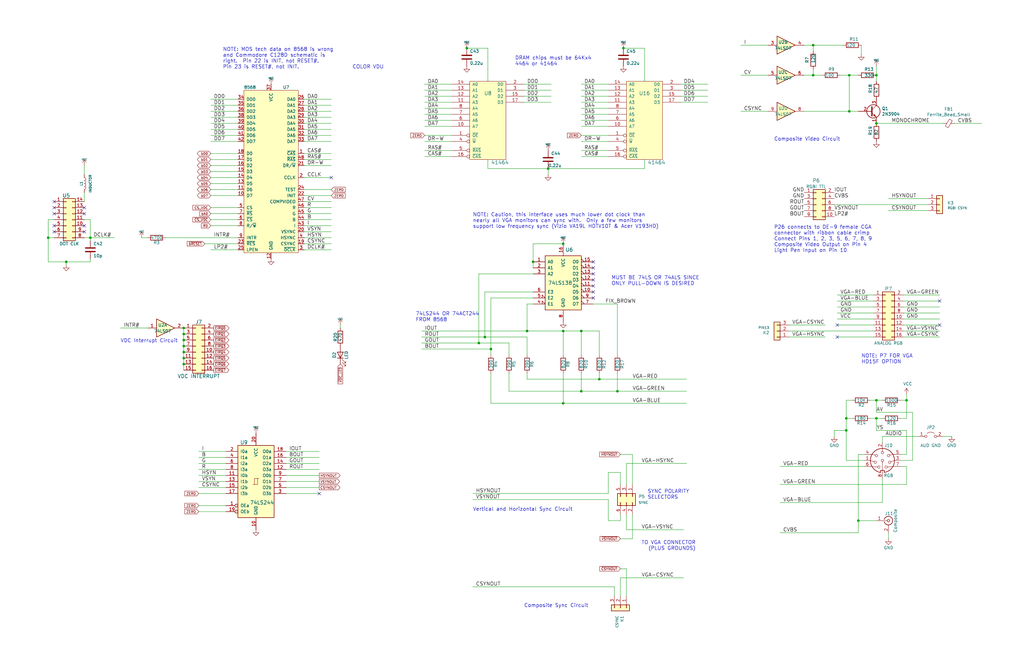
<source format=kicad_sch>
(kicad_sch (version 20211123) (generator eeschema)
  (paper "B")
  (junction (at 196.85 20.32))
  (junction (at 260.35 165.1))
  (junction (at 237.49 139.7))
  (junction (at 222.25 139.7))
  (junction (at 237.49 170.18))
  (junction (at 356.87 176.53))
  (junction (at 77.47 138.43))
  (junction (at 369.57 52.07))
  (junction (at 77.47 143.51))
  (junction (at 77.47 140.97))
  (junction (at 20.32 100.33))
  (junction (at 342.9 19.05))
  (junction (at 231.14 71.12))
  (junction (at 201.93 144.78))
  (junction (at 245.11 139.7))
  (junction (at 245.11 165.1))
  (junction (at 27.94 110.49))
  (junction (at 252.73 160.02))
  (junction (at 369.57 176.53))
  (junction (at 262.89 20.32))
  (junction (at 342.9 31.75))
  (junction (at 369.57 31.75))
  (junction (at 77.47 146.05))
  (junction (at 204.47 142.24))
  (junction (at 369.57 168.91))
  (junction (at 207.01 147.32))
  (junction (at 38.1 100.33))
  (junction (at 77.47 151.13))
  (junction (at 237.49 102.87))
  (junction (at 358.14 46.99))
  (junction (at 356.87 181.61))
  (junction (at 77.47 153.67))
  (junction (at 358.14 31.75))
  (junction (at 382.27 168.91))
  (junction (at 224.79 110.49))
  (junction (at 77.47 148.59))
  (junction (at 361.95 219.71))
  (no_connect (at 250.19 110.49))
  (no_connect (at 250.19 115.57))
  (no_connect (at 22.86 85.09))
  (no_connect (at 250.19 125.73))
  (no_connect (at 250.19 118.11))
  (no_connect (at 134.62 208.28))
  (no_connect (at 22.86 90.17))
  (no_connect (at 35.56 87.63))
  (no_connect (at 139.7 74.93))
  (no_connect (at 22.86 95.25))
  (no_connect (at 353.06 137.16))
  (no_connect (at 396.24 127))
  (no_connect (at 353.06 142.24))
  (no_connect (at 35.56 95.25))
  (no_connect (at 22.86 87.63))
  (no_connect (at 35.56 90.17))
  (no_connect (at 250.19 120.65))
  (no_connect (at 250.19 113.03))
  (no_connect (at 250.19 123.19))
  (no_connect (at 35.56 97.79))
  (no_connect (at 396.24 137.16))
  (no_connect (at 22.86 97.79))
  (wire (pts (xy 224.79 102.87) (xy 224.79 110.49)))
  (wire (pts (xy 190.5 35.56) (xy 179.07 35.56)))
  (wire (pts (xy 381 127) (xy 396.24 127)))
  (wire (pts (xy 256.54 40.64) (xy 245.11 40.64)))
  (wire (pts (xy 120.65 190.5) (xy 134.62 190.5)))
  (wire (pts (xy 120.65 195.58) (xy 134.62 195.58)))
  (wire (pts (xy 356.87 194.31) (xy 356.87 181.61)))
  (wire (pts (xy 256.54 219.71) (xy 261.62 219.71)))
  (wire (pts (xy 369.57 52.07) (xy 397.51 52.07)))
  (wire (pts (xy 353.06 137.16) (xy 368.3 137.16)))
  (wire (pts (xy 381 132.08) (xy 396.24 132.08)))
  (wire (pts (xy 20.32 92.71) (xy 20.32 100.33)))
  (wire (pts (xy 139.7 54.61) (xy 128.27 54.61)))
  (wire (pts (xy 77.47 138.43) (xy 77.47 140.97)))
  (wire (pts (xy 256.54 66.04) (xy 245.11 66.04)))
  (wire (pts (xy 222.25 142.24) (xy 222.25 149.86)))
  (wire (pts (xy 339.09 31.75) (xy 342.9 31.75)))
  (wire (pts (xy 298.45 35.56) (xy 287.02 35.56)))
  (wire (pts (xy 256.54 43.18) (xy 245.11 43.18)))
  (wire (pts (xy 231.14 71.12) (xy 271.78 71.12)))
  (wire (pts (xy 379.73 176.53) (xy 382.27 176.53)))
  (wire (pts (xy 100.33 74.93) (xy 88.9 74.93)))
  (wire (pts (xy 358.14 46.99) (xy 339.09 46.99)))
  (wire (pts (xy 381 124.46) (xy 396.24 124.46)))
  (wire (pts (xy 256.54 53.34) (xy 245.11 53.34)))
  (wire (pts (xy 328.93 196.85) (xy 364.49 196.85)))
  (wire (pts (xy 139.7 80.01) (xy 128.27 80.01)))
  (wire (pts (xy 190.5 53.34) (xy 179.07 53.34)))
  (wire (pts (xy 381 142.24) (xy 396.24 142.24)))
  (wire (pts (xy 256.54 38.1) (xy 245.11 38.1)))
  (wire (pts (xy 271.78 67.31) (xy 271.78 71.12)))
  (wire (pts (xy 354.33 31.75) (xy 358.14 31.75)))
  (wire (pts (xy 353.06 129.54) (xy 368.3 129.54)))
  (wire (pts (xy 266.7 227.33) (xy 261.62 227.33)))
  (wire (pts (xy 207.01 157.48) (xy 207.01 170.18)))
  (wire (pts (xy 323.85 31.75) (xy 312.42 31.75)))
  (wire (pts (xy 38.1 100.33) (xy 38.1 101.6)))
  (wire (pts (xy 363.22 22.86) (xy 363.22 19.05)))
  (wire (pts (xy 252.73 139.7) (xy 245.11 139.7)))
  (wire (pts (xy 328.93 204.47) (xy 382.27 204.47)))
  (wire (pts (xy 361.95 191.77) (xy 361.95 219.71)))
  (wire (pts (xy 289.56 170.18) (xy 237.49 170.18)))
  (wire (pts (xy 256.54 50.8) (xy 245.11 50.8)))
  (wire (pts (xy 95.25 193.04) (xy 83.82 193.04)))
  (wire (pts (xy 222.25 157.48) (xy 222.25 160.02)))
  (wire (pts (xy 232.41 40.64) (xy 220.98 40.64)))
  (wire (pts (xy 256.54 199.39) (xy 256.54 208.28)))
  (wire (pts (xy 245.11 139.7) (xy 245.11 149.86)))
  (wire (pts (xy 264.16 240.03) (xy 264.16 251.46)))
  (wire (pts (xy 361.95 219.71) (xy 361.95 224.79)))
  (wire (pts (xy 264.16 223.52) (xy 288.29 223.52)))
  (wire (pts (xy 364.49 194.31) (xy 356.87 194.31)))
  (wire (pts (xy 199.39 210.82) (xy 256.54 210.82)))
  (wire (pts (xy 369.57 31.75) (xy 369.57 34.29)))
  (wire (pts (xy 356.87 176.53) (xy 356.87 181.61)))
  (wire (pts (xy 339.09 19.05) (xy 342.9 19.05)))
  (wire (pts (xy 214.63 157.48) (xy 214.63 165.1)))
  (wire (pts (xy 381 134.62) (xy 396.24 134.62)))
  (wire (pts (xy 353.06 132.08) (xy 368.3 132.08)))
  (wire (pts (xy 359.41 176.53) (xy 356.87 176.53)))
  (wire (pts (xy 205.74 71.12) (xy 231.14 71.12)))
  (wire (pts (xy 190.5 48.26) (xy 179.07 48.26)))
  (wire (pts (xy 100.33 52.07) (xy 88.9 52.07)))
  (wire (pts (xy 381 137.16) (xy 396.24 137.16)))
  (wire (pts (xy 62.23 138.43) (xy 50.8 138.43)))
  (wire (pts (xy 323.85 19.05) (xy 312.42 19.05)))
  (wire (pts (xy 374.65 83.82) (xy 391.16 83.82)))
  (wire (pts (xy 224.79 128.27) (xy 222.25 128.27)))
  (wire (pts (xy 100.33 87.63) (xy 88.9 87.63)))
  (wire (pts (xy 77.47 151.13) (xy 77.47 153.67)))
  (wire (pts (xy 369.57 176.53) (xy 372.11 176.53)))
  (wire (pts (xy 353.06 134.62) (xy 368.3 134.62)))
  (wire (pts (xy 256.54 45.72) (xy 245.11 45.72)))
  (wire (pts (xy 100.33 82.55) (xy 88.9 82.55)))
  (wire (pts (xy 139.7 44.45) (xy 128.27 44.45)))
  (wire (pts (xy 381 139.7) (xy 396.24 139.7)))
  (wire (pts (xy 369.57 173.99) (xy 369.57 168.91)))
  (wire (pts (xy 204.47 142.24) (xy 222.25 142.24)))
  (wire (pts (xy 266.7 191.77) (xy 261.62 191.77)))
  (wire (pts (xy 261.62 217.17) (xy 261.62 219.71)))
  (wire (pts (xy 264.16 195.58) (xy 264.16 204.47)))
  (wire (pts (xy 179.07 57.15) (xy 190.5 57.15)))
  (wire (pts (xy 100.33 105.41) (xy 88.9 105.41)))
  (wire (pts (xy 372.11 184.15) (xy 387.35 184.15)))
  (wire (pts (xy 139.7 95.25) (xy 128.27 95.25)))
  (wire (pts (xy 38.1 110.49) (xy 27.94 110.49)))
  (wire (pts (xy 237.49 157.48) (xy 237.49 170.18)))
  (wire (pts (xy 342.9 19.05) (xy 355.6 19.05)))
  (wire (pts (xy 139.7 92.71) (xy 128.27 92.71)))
  (wire (pts (xy 259.08 247.65) (xy 259.08 251.46)))
  (wire (pts (xy 120.65 198.12) (xy 134.62 198.12)))
  (wire (pts (xy 252.73 160.02) (xy 289.56 160.02)))
  (wire (pts (xy 120.65 203.2) (xy 134.62 203.2)))
  (wire (pts (xy 201.93 115.57) (xy 201.93 144.78)))
  (wire (pts (xy 190.5 66.04) (xy 179.07 66.04)))
  (wire (pts (xy 95.25 203.2) (xy 83.82 203.2)))
  (wire (pts (xy 214.63 144.78) (xy 201.93 144.78)))
  (wire (pts (xy 35.56 92.71) (xy 38.1 92.71)))
  (wire (pts (xy 100.33 67.31) (xy 88.9 67.31)))
  (wire (pts (xy 351.79 181.61) (xy 351.79 184.15)))
  (wire (pts (xy 100.33 90.17) (xy 88.9 90.17)))
  (wire (pts (xy 196.85 20.32) (xy 205.74 20.32)))
  (wire (pts (xy 207.01 147.32) (xy 207.01 149.86)))
  (wire (pts (xy 204.47 142.24) (xy 204.47 123.19)))
  (wire (pts (xy 353.06 127) (xy 368.3 127)))
  (wire (pts (xy 359.41 168.91) (xy 356.87 168.91)))
  (wire (pts (xy 379.73 168.91) (xy 382.27 168.91)))
  (wire (pts (xy 232.41 35.56) (xy 220.98 35.56)))
  (wire (pts (xy 351.79 86.36) (xy 391.16 86.36)))
  (wire (pts (xy 323.85 46.99) (xy 312.42 46.99)))
  (wire (pts (xy 298.45 38.1) (xy 287.02 38.1)))
  (wire (pts (xy 207.01 125.73) (xy 224.79 125.73)))
  (wire (pts (xy 374.65 224.79) (xy 374.65 227.33)))
  (wire (pts (xy 204.47 123.19) (xy 224.79 123.19)))
  (wire (pts (xy 100.33 46.99) (xy 88.9 46.99)))
  (wire (pts (xy 382.27 196.85) (xy 382.27 204.47)))
  (wire (pts (xy 261.62 199.39) (xy 256.54 199.39)))
  (wire (pts (xy 256.54 210.82) (xy 256.54 219.71)))
  (wire (pts (xy 128.27 105.41) (xy 139.7 105.41)))
  (wire (pts (xy 222.25 160.02) (xy 252.73 160.02)))
  (wire (pts (xy 190.5 50.8) (xy 179.07 50.8)))
  (wire (pts (xy 237.49 139.7) (xy 222.25 139.7)))
  (wire (pts (xy 177.8 139.7) (xy 222.25 139.7)))
  (wire (pts (xy 237.49 170.18) (xy 207.01 170.18)))
  (wire (pts (xy 356.87 181.61) (xy 351.79 181.61)))
  (wire (pts (xy 264.16 217.17) (xy 264.16 223.52)))
  (wire (pts (xy 328.93 212.09) (xy 372.11 212.09)))
  (wire (pts (xy 256.54 63.5) (xy 245.11 63.5)))
  (wire (pts (xy 199.39 247.65) (xy 259.08 247.65)))
  (wire (pts (xy 256.54 48.26) (xy 245.11 48.26)))
  (wire (pts (xy 95.25 205.74) (xy 83.82 205.74)))
  (wire (pts (xy 237.49 139.7) (xy 237.49 149.86)))
  (wire (pts (xy 95.25 195.58) (xy 83.82 195.58)))
  (wire (pts (xy 77.47 153.67) (xy 77.47 156.21)))
  (wire (pts (xy 369.57 181.61) (xy 382.27 181.61)))
  (wire (pts (xy 100.33 57.15) (xy 88.9 57.15)))
  (wire (pts (xy 120.65 200.66) (xy 134.62 200.66)))
  (wire (pts (xy 205.74 20.32) (xy 205.74 34.29)))
  (wire (pts (xy 100.33 80.01) (xy 88.9 80.01)))
  (wire (pts (xy 379.73 191.77) (xy 382.27 191.77)))
  (wire (pts (xy 139.7 49.53) (xy 128.27 49.53)))
  (wire (pts (xy 384.81 173.99) (xy 369.57 173.99)))
  (wire (pts (xy 38.1 100.33) (xy 48.26 100.33)))
  (wire (pts (xy 256.54 59.69) (xy 245.11 59.69)))
  (wire (pts (xy 214.63 165.1) (xy 245.11 165.1)))
  (wire (pts (xy 245.11 139.7) (xy 237.49 139.7)))
  (wire (pts (xy 382.27 168.91) (xy 382.27 176.53)))
  (wire (pts (xy 199.39 208.28) (xy 256.54 208.28)))
  (wire (pts (xy 261.62 243.84) (xy 261.62 251.46)))
  (wire (pts (xy 38.1 109.22) (xy 38.1 110.49)))
  (wire (pts (xy 35.56 81.28) (xy 35.56 85.09)))
  (wire (pts (xy 252.73 139.7) (xy 252.73 149.86)))
  (wire (pts (xy 177.8 144.78) (xy 201.93 144.78)))
  (wire (pts (xy 271.78 34.29) (xy 271.78 20.32)))
  (wire (pts (xy 20.32 110.49) (xy 20.32 100.33)))
  (wire (pts (xy 342.9 31.75) (xy 346.71 31.75)))
  (wire (pts (xy 252.73 157.48) (xy 252.73 160.02)))
  (wire (pts (xy 77.47 140.97) (xy 77.47 143.51)))
  (wire (pts (xy 139.7 87.63) (xy 128.27 87.63)))
  (wire (pts (xy 100.33 49.53) (xy 88.9 49.53)))
  (wire (pts (xy 95.25 198.12) (xy 83.82 198.12)))
  (wire (pts (xy 95.25 190.5) (xy 83.82 190.5)))
  (wire (pts (xy 128.27 82.55) (xy 139.7 82.55)))
  (wire (pts (xy 261.62 199.39) (xy 261.62 204.47)))
  (wire (pts (xy 100.33 102.87) (xy 86.36 102.87)))
  (wire (pts (xy 250.19 128.27) (xy 260.35 128.27)))
  (wire (pts (xy 190.5 40.64) (xy 179.07 40.64)))
  (wire (pts (xy 100.33 54.61) (xy 88.9 54.61)))
  (wire (pts (xy 35.56 69.85) (xy 35.56 73.66)))
  (wire (pts (xy 232.41 43.18) (xy 220.98 43.18)))
  (wire (pts (xy 358.14 31.75) (xy 361.95 31.75)))
  (wire (pts (xy 143.51 138.43) (xy 143.51 137.16)))
  (wire (pts (xy 382.27 181.61) (xy 382.27 191.77)))
  (wire (pts (xy 414.02 52.07) (xy 402.59 52.07)))
  (wire (pts (xy 190.5 63.5) (xy 179.07 63.5)))
  (wire (pts (xy 261.62 243.84) (xy 288.29 243.84)))
  (wire (pts (xy 369.57 176.53) (xy 369.57 181.61)))
  (wire (pts (xy 260.35 128.27) (xy 260.35 149.86)))
  (wire (pts (xy 190.5 43.18) (xy 179.07 43.18)))
  (wire (pts (xy 139.7 97.79) (xy 128.27 97.79)))
  (wire (pts (xy 353.06 142.24) (xy 368.3 142.24)))
  (wire (pts (xy 374.65 88.9) (xy 391.16 88.9)))
  (wire (pts (xy 77.47 146.05) (xy 77.47 148.59)))
  (wire (pts (xy 100.33 92.71) (xy 88.9 92.71)))
  (wire (pts (xy 298.45 43.18) (xy 287.02 43.18)))
  (wire (pts (xy 77.47 148.59) (xy 77.47 151.13)))
  (wire (pts (xy 353.06 124.46) (xy 368.3 124.46)))
  (wire (pts (xy 342.9 29.21) (xy 342.9 31.75)))
  (wire (pts (xy 95.25 213.36) (xy 83.82 213.36)))
  (wire (pts (xy 139.7 67.31) (xy 128.27 67.31)))
  (wire (pts (xy 35.56 100.33) (xy 38.1 100.33)))
  (wire (pts (xy 356.87 168.91) (xy 356.87 176.53)))
  (wire (pts (xy 120.65 193.04) (xy 134.62 193.04)))
  (wire (pts (xy 27.94 110.49) (xy 27.94 111.76)))
  (wire (pts (xy 379.73 196.85) (xy 382.27 196.85)))
  (wire (pts (xy 224.79 102.87) (xy 237.49 102.87)))
  (wire (pts (xy 139.7 90.17) (xy 128.27 90.17)))
  (wire (pts (xy 139.7 57.15) (xy 128.27 57.15)))
  (wire (pts (xy 264.16 195.58) (xy 289.56 195.58)))
  (wire (pts (xy 207.01 125.73) (xy 207.01 147.32)))
  (wire (pts (xy 379.73 194.31) (xy 384.81 194.31)))
  (wire (pts (xy 120.65 208.28) (xy 134.62 208.28)))
  (wire (pts (xy 139.7 74.93) (xy 128.27 74.93)))
  (wire (pts (xy 59.69 100.33) (xy 62.23 100.33)))
  (wire (pts (xy 264.16 240.03) (xy 261.62 240.03)))
  (wire (pts (xy 332.74 139.7) (xy 368.3 139.7)))
  (wire (pts (xy 266.7 191.77) (xy 266.7 204.47)))
  (wire (pts (xy 260.35 165.1) (xy 289.56 165.1)))
  (wire (pts (xy 139.7 102.87) (xy 128.27 102.87)))
  (wire (pts (xy 190.5 38.1) (xy 179.07 38.1)))
  (wire (pts (xy 100.33 64.77) (xy 88.9 64.77)))
  (wire (pts (xy 69.85 100.33) (xy 100.33 100.33)))
  (wire (pts (xy 266.7 217.17) (xy 266.7 227.33)))
  (wire (pts (xy 139.7 85.09) (xy 128.27 85.09)))
  (wire (pts (xy 120.65 205.74) (xy 134.62 205.74)))
  (wire (pts (xy 139.7 59.69) (xy 128.27 59.69)))
  (wire (pts (xy 139.7 69.85) (xy 128.27 69.85)))
  (wire (pts (xy 224.79 110.49) (xy 224.79 113.03)))
  (wire (pts (xy 260.35 157.48) (xy 260.35 165.1)))
  (wire (pts (xy 271.78 20.32) (xy 262.89 20.32)))
  (wire (pts (xy 100.33 72.39) (xy 88.9 72.39)))
  (wire (pts (xy 342.9 21.59) (xy 342.9 19.05)))
  (wire (pts (xy 190.5 59.69) (xy 179.07 59.69)))
  (wire (pts (xy 95.25 208.28) (xy 83.82 208.28)))
  (wire (pts (xy 358.14 31.75) (xy 358.14 46.99)))
  (wire (pts (xy 369.57 168.91) (xy 372.11 168.91)))
  (wire (pts (xy 328.93 224.79) (xy 361.95 224.79)))
  (wire (pts (xy 139.7 52.07) (xy 128.27 52.07)))
  (wire (pts (xy 95.25 200.66) (xy 83.82 200.66)))
  (wire (pts (xy 95.25 215.9) (xy 83.82 215.9)))
  (wire (pts (xy 177.8 147.32) (xy 207.01 147.32)))
  (wire (pts (xy 367.03 176.53) (xy 369.57 176.53)))
  (wire (pts (xy 100.33 59.69) (xy 88.9 59.69)))
  (wire (pts (xy 397.51 184.15) (xy 401.32 184.15)))
  (wire (pts (xy 245.11 157.48) (xy 245.11 165.1)))
  (wire (pts (xy 369.57 27.94) (xy 369.57 31.75)))
  (wire (pts (xy 100.33 77.47) (xy 88.9 77.47)))
  (wire (pts (xy 205.74 71.12) (xy 205.74 67.31)))
  (wire (pts (xy 214.63 144.78) (xy 214.63 149.86)))
  (wire (pts (xy 231.14 71.12) (xy 231.14 73.66)))
  (wire (pts (xy 245.11 165.1) (xy 260.35 165.1)))
  (wire (pts (xy 381 129.54) (xy 396.24 129.54)))
  (wire (pts (xy 372.11 184.15) (xy 372.11 186.69)))
  (wire (pts (xy 190.5 45.72) (xy 179.07 45.72)))
  (wire (pts (xy 298.45 40.64) (xy 287.02 40.64)))
  (wire (pts (xy 139.7 64.77) (xy 128.27 64.77)))
  (wire (pts (xy 364.49 191.77) (xy 361.95 191.77)))
  (wire (pts (xy 177.8 142.24) (xy 204.47 142.24)))
  (wire (pts (xy 372.11 201.93) (xy 372.11 212.09)))
  (wire (pts (xy 332.74 142.24) (xy 347.98 142.24)))
  (wire (pts (xy 139.7 100.33) (xy 128.27 100.33)))
  (wire (pts (xy 77.47 143.51) (xy 77.47 146.05)))
  (wire (pts (xy 384.81 194.31) (xy 384.81 173.99)))
  (wire (pts (xy 332.74 137.16) (xy 347.98 137.16)))
  (wire (pts (xy 139.7 46.99) (xy 128.27 46.99)))
  (wire (pts (xy 100.33 44.45) (xy 88.9 44.45)))
  (wire (pts (xy 369.57 168.91) (xy 367.03 168.91)))
  (wire (pts (xy 139.7 41.91) (xy 128.27 41.91)))
  (wire (pts (xy 358.14 46.99) (xy 361.95 46.99)))
  (wire (pts (xy 20.32 100.33) (xy 22.86 100.33)))
  (wire (pts (xy 245.11 57.15) (xy 256.54 57.15)))
  (wire (pts (xy 27.94 110.49) (xy 20.32 110.49)))
  (wire (pts (xy 232.41 38.1) (xy 220.98 38.1)))
  (wire (pts (xy 100.33 95.25) (xy 88.9 95.25)))
  (wire (pts (xy 38.1 92.71) (xy 38.1 100.33)))
  (wire (pts (xy 22.86 92.71) (xy 20.32 92.71)))
  (wire (pts (xy 100.33 41.91) (xy 88.9 41.91)))
  (wire (pts (xy 201.93 115.57) (xy 224.79 115.57)))
  (wire (pts (xy 222.25 139.7) (xy 222.25 128.27)))
  (wire (pts (xy 256.54 35.56) (xy 245.11 35.56)))
  (wire (pts (xy 382.27 166.37) (xy 382.27 168.91)))
  (wire (pts (xy 100.33 69.85) (xy 88.9 69.85)))
  (wire (pts (xy 361.95 219.71) (xy 369.57 219.71)))
  (text "VDC Interrupt Circuit" (at 50.8 144.78 0) (effects (font (size 1.524 1.524)) (justify left bottom)))
  (text "Composite Sync Circuit" (at 220.98 256.54 0) (effects (font (size 1.524 1.524)) (justify left bottom)))
  (text "Vertical and Horizontal Sync Circuit" (at 199.39 215.9 0) (effects (font (size 1.524 1.524)) (justify left bottom)))
  (text "74LS244 OR 74ACT244\nFROM 8568" (at 175.26 135.89 0) (effects (font (size 1.524 1.524)) (justify left bottom)))
  (text "NOTE: Caution, this interface uses much lower dot clock than \nnearly all VGA monitors can sync with.  Only a few monitors\nsupport low frequency sync (Vizio VA19L HDTV10T & Acer V193HD)" (at 199.39 96.52 0) (effects (font (size 1.524 1.524)) (justify left bottom)))
  (text "SYNC POLARITY\nSELECTORS" (at 273.05 210.82 0) (effects (font (size 1.524 1.524)) (justify left bottom)))
  (text "Composite Video Circuit" (at 326.39 59.69 0) (effects (font (size 1.524 1.524)) (justify left bottom)))
  (text "COLOR VDU" (at 148.59 29.21 0) (effects (font (size 1.524 1.524)) (justify left bottom)))
  (text "DRAM chips must be 64Kx4\n4464 or 41464" (at 217.17 27.94 0) (effects (font (size 1.524 1.524)) (justify left bottom)))
  (text "TO VGA CONNECTOR\n(PLUS GROUNDS)" (at 293.37 232.41 180) (effects (font (size 1.524 1.524)) (justify right bottom)))
  (text "P26 connects to DE-9 female CGA\nconnector with ribbon cable crimp\nConnect Pins 1, 2, 3, 5, 6, 7, 8, 9 \nComposite Video Output on Pin 4\nLight Pen Input on Pin 10" (at 326.39 106.68 0) (effects (font (size 1.524 1.524)) (justify left bottom)))
  (text "NOTE: P7 FOR VGA\nHD15F OPTION" (at 363.22 153.67 0) (effects (font (size 1.524 1.524)) (justify left bottom)))
  (text "MUST BE 74LS OR 74ALS SINCE\nONLY PULL-DOWN IS DESIRED" (at 257.81 120.65 0) (effects (font (size 1.524 1.524)) (justify left bottom)))
  (text "NOTE: MOS tech data on 8568 is wrong\nand Commodore C128D schematic is\nright.  Pin 22 is INIT, not RESET#.  \nPin 23 is RESET#, not INIT." (at 93.98 29.21 0) (effects (font (size 1.524 1.524)) (justify left bottom)))
  (label "VGA-BLUE" (at 330.2 212.09 0) (effects (font (size 1.524 1.524))))
  (label "DA4" (at 246.38 45.72 0) (effects (font (size 1.524 1.524))))
  (label "R" (at 85.09 198.12 0) (effects (font (size 1.524 1.524))))
  (label "CVBS" (at 330.2 224.79 0) (effects (font (size 1.524 1.524))))
  (label "BOUT" (at 121.92 193.04 0) (effects (font (size 1.524 1.524))))
  (label "VGA-RED" (at 330.2 196.85 0) (effects (font (size 1.524 1.524))))
  (label "CAS#" (at 129.54 64.77 0) (effects (font (size 1.524 1.524))))
  (label "DD2" (at 222.25 40.64 0) (effects (font (size 1.524 1.524))))
  (label "DD1" (at 222.25 38.1 0) (effects (font (size 1.524 1.524))))
  (label "CV" (at 129.54 85.09 0) (effects (font (size 1.524 1.524))))
  (label "CCLK" (at 129.54 74.93 0) (effects (font (size 1.524 1.524))))
  (label "DD1" (at 90.17 44.45 0) (effects (font (size 1.524 1.524))))
  (label "I" (at 313.69 19.05 0) (effects (font (size 1.524 1.524))))
  (label "CSYNC" (at 85.09 205.74 0) (effects (font (size 1.524 1.524))))
  (label "GND" (at 382.27 129.54 0) (effects (font (size 1.524 1.524))))
  (label "FIX_BROWN" (at 255.27 128.27 0) (effects (font (size 1.524 1.524))))
  (label "DCLK#" (at 39.37 100.33 0) (effects (font (size 1.524 1.524))))
  (label "G" (at 129.54 90.17 0) (effects (font (size 1.524 1.524))))
  (label "AUDIO" (at 373.38 184.15 0) (effects (font (size 1.524 1.524))))
  (label "DA5" (at 246.38 48.26 0) (effects (font (size 1.524 1.524))))
  (label "GOUT" (at 179.07 144.78 0) (effects (font (size 1.524 1.524))))
  (label "GND" (at 339.09 81.28 180) (effects (font (size 1.524 1.524))))
  (label "VGA-BLUE" (at 266.7 170.18 0) (effects (font (size 1.524 1.524))))
  (label "DA0" (at 180.34 35.56 0) (effects (font (size 1.524 1.524))))
  (label "VSYN" (at 129.54 97.79 0) (effects (font (size 1.524 1.524))))
  (label "GOUT" (at 121.92 195.58 0) (effects (font (size 1.524 1.524))))
  (label "CSYNC" (at 313.69 46.99 0) (effects (font (size 1.524 1.524))))
  (label "AV" (at 369.57 173.99 0) (effects (font (size 1.524 1.524))))
  (label "BOUT" (at 179.07 147.32 0) (effects (font (size 1.524 1.524))))
  (label "DA2" (at 246.38 40.64 0) (effects (font (size 1.524 1.524))))
  (label "YS" (at 369.57 181.61 0) (effects (font (size 1.524 1.524))))
  (label "DA6" (at 246.38 50.8 0) (effects (font (size 1.524 1.524))))
  (label "B" (at 85.09 193.04 0) (effects (font (size 1.524 1.524))))
  (label "CVBS" (at 403.86 52.07 0) (effects (font (size 1.524 1.524))))
  (label "GND" (at 339.09 83.82 180) (effects (font (size 1.524 1.524))))
  (label "VGA-HSYNC" (at 334.01 142.24 0) (effects (font (size 1.524 1.524))))
  (label "IOUT" (at 351.79 81.28 0) (effects (font (size 1.524 1.524))))
  (label "GND" (at 382.27 132.08 0) (effects (font (size 1.524 1.524))))
  (label "CSYNOUT" (at 200.66 247.65 0) (effects (font (size 1.524 1.524))))
  (label "DR-W" (at 246.38 59.69 0) (effects (font (size 1.524 1.524))))
  (label "VGA-RED" (at 354.33 124.46 0) (effects (font (size 1.524 1.524))))
  (label "DD7" (at 288.29 43.18 0) (effects (font (size 1.524 1.524))))
  (label "I" (at 129.54 95.25 0) (effects (font (size 1.524 1.524))))
  (label "DA5" (at 129.54 54.61 0) (effects (font (size 1.524 1.524))))
  (label "DD0" (at 222.25 35.56 0) (effects (font (size 1.524 1.524))))
  (label "INTR#" (at 52.07 138.43 0) (effects (font (size 1.524 1.524))))
  (label "LP2#" (at 351.79 91.44 0) (effects (font (size 1.524 1.524))))
  (label "GND" (at 354.33 129.54 0) (effects (font (size 1.524 1.524))))
  (label "DR-W" (at 129.54 69.85 0) (effects (font (size 1.524 1.524))))
  (label "R" (at 129.54 87.63 0) (effects (font (size 1.524 1.524))))
  (label "ROUT" (at 339.09 86.36 180) (effects (font (size 1.524 1.524))))
  (label "CAS#" (at 246.38 66.04 0) (effects (font (size 1.524 1.524))))
  (label "DD4" (at 288.29 35.56 0) (effects (font (size 1.524 1.524))))
  (label "DA6" (at 180.34 50.8 0) (effects (font (size 1.524 1.524))))
  (label "GND" (at 382.27 134.62 0) (effects (font (size 1.524 1.524))))
  (label "DR-W" (at 180.34 59.69 0) (effects (font (size 1.524 1.524))))
  (label "DA0" (at 129.54 41.91 0) (effects (font (size 1.524 1.524))))
  (label "VGA-BLUE" (at 354.33 127 0) (effects (font (size 1.524 1.524))))
  (label "MONOCHROME" (at 375.92 52.07 0) (effects (font (size 1.524 1.524))))
  (label "GND" (at 354.33 132.08 0) (effects (font (size 1.524 1.524))))
  (label "VGA-CSYNC" (at 270.51 243.84 0) (effects (font (size 1.524 1.524))))
  (label "DA5" (at 180.34 48.26 0) (effects (font (size 1.524 1.524))))
  (label "VCC" (at 354.33 134.62 0) (effects (font (size 1.524 1.524))))
  (label "CSYNC" (at 129.54 102.87 0) (effects (font (size 1.524 1.524))))
  (label "VGA-VSYNC" (at 270.51 223.52 0) (effects (font (size 1.524 1.524))))
  (label "HSYN" (at 129.54 100.33 0) (effects (font (size 1.524 1.524))))
  (label "DA3" (at 129.54 49.53 0) (effects (font (size 1.524 1.524))))
  (label "VGA-CSYNC" (at 382.27 142.24 0) (effects (font (size 1.524 1.524))))
  (label "DA7" (at 129.54 59.69 0) (effects (font (size 1.524 1.524))))
  (label "HSYNOUT" (at 375.92 83.82 0) (effects (font (size 1.524 1.524))))
  (label "CAS#" (at 180.34 66.04 0) (effects (font (size 1.524 1.524))))
  (label "DA4" (at 129.54 52.07 0) (effects (font (size 1.524 1.524))))
  (label "I" (at 85.09 190.5 0) (effects (font (size 1.524 1.524))))
  (label "DD7" (at 90.17 59.69 0) (effects (font (size 1.524 1.524))))
  (label "DA4" (at 180.34 45.72 0) (effects (font (size 1.524 1.524))))
  (label "DA3" (at 246.38 43.18 0) (effects (font (size 1.524 1.524))))
  (label "DA7" (at 180.34 53.34 0) (effects (font (size 1.524 1.524))))
  (label "VSYNOUT" (at 200.66 210.82 0) (effects (font (size 1.524 1.524))))
  (label "VSYNOUT" (at 351.79 88.9 0) (effects (font (size 1.524 1.524))))
  (label "DD6" (at 288.29 40.64 0) (effects (font (size 1.524 1.524))))
  (label "DA1" (at 246.38 38.1 0) (effects (font (size 1.524 1.524))))
  (label "IOUT" (at 179.07 139.7 0) (effects (font (size 1.524 1.524))))
  (label "DA1" (at 129.54 44.45 0) (effects (font (size 1.524 1.524))))
  (label "GOUT" (at 339.09 88.9 180) (effects (font (size 1.524 1.524))))
  (label "ROUT" (at 179.07 142.24 0) (effects (font (size 1.524 1.524))))
  (label "VGA-GREEN" (at 266.7 165.1 0) (effects (font (size 1.524 1.524))))
  (label "DA6" (at 129.54 57.15 0) (effects (font (size 1.524 1.524))))
  (label "DD4" (at 90.17 52.07 0) (effects (font (size 1.524 1.524))))
  (label "DCLK#" (at 129.54 105.41 0) (effects (font (size 1.524 1.524))))
  (label "VGA-GREEN" (at 330.2 204.47 0) (effects (font (size 1.524 1.524))))
  (label "DD3" (at 222.25 43.18 0) (effects (font (size 1.524 1.524))))
  (label "VGA-GREEN" (at 382.27 124.46 0) (effects (font (size 1.524 1.524))))
  (label "CV" (at 313.69 31.75 0) (effects (font (size 1.524 1.524))))
  (label "RAS#" (at 129.54 67.31 0) (effects (font (size 1.524 1.524))))
  (label "DA7" (at 246.38 53.34 0) (effects (font (size 1.524 1.524))))
  (label "CSYNOUT" (at 375.92 88.9 0) (effects (font (size 1.524 1.524))))
  (label "VGA-CSYNC" (at 334.01 137.16 0) (effects (font (size 1.524 1.524))))
  (label "CVBS" (at 351.79 83.82 0) (effects (font (size 1.524 1.524))))
  (label "LP2#" (at 90.17 105.41 0) (effects (font (size 1.524 1.524))))
  (label "DD0" (at 90.17 41.91 0) (effects (font (size 1.524 1.524))))
  (label "IOUT" (at 121.92 190.5 0) (effects (font (size 1.524 1.524))))
  (label "HSYN" (at 85.09 200.66 0) (effects (font (size 1.524 1.524))))
  (label "VGA-HSYNC" (at 270.51 195.58 0) (effects (font (size 1.524 1.524))))
  (label "DA2" (at 180.34 40.64 0) (effects (font (size 1.524 1.524))))
  (label "DD2" (at 90.17 46.99 0) (effects (font (size 1.524 1.524))))
  (label "HSYNOUT" (at 200.66 208.28 0) (effects (font (size 1.524 1.524))))
  (label "VGA-VSYNC" (at 382.27 139.7 0) (effects (font (size 1.524 1.524))))
  (label "RAS#" (at 246.38 63.5 0) (effects (font (size 1.524 1.524))))
  (label "RAS#" (at 180.34 63.5 0) (effects (font (size 1.524 1.524))))
  (label "DD5" (at 90.17 54.61 0) (effects (font (size 1.524 1.524))))
  (label "DA2" (at 129.54 46.99 0) (effects (font (size 1.524 1.524))))
  (label "DA1" (at 180.34 38.1 0) (effects (font (size 1.524 1.524))))
  (label "BOUT" (at 339.09 91.44 180) (effects (font (size 1.524 1.524))))
  (label "B" (at 129.54 92.71 0) (effects (font (size 1.524 1.524))))
  (label "G" (at 85.09 195.58 0) (effects (font (size 1.524 1.524))))
  (label "ROUT" (at 121.92 198.12 0) (effects (font (size 1.524 1.524))))
  (label "INTR#" (at 90.17 100.33 0) (effects (font (size 1.524 1.524))))
  (label "DA3" (at 180.34 43.18 0) (effects (font (size 1.524 1.524))))
  (label "VGA-RED" (at 266.7 160.02 0) (effects (font (size 1.524 1.524))))
  (label "DD3" (at 90.17 49.53 0) (effects (font (size 1.524 1.524))))
  (label "DD5" (at 288.29 38.1 0) (effects (font (size 1.524 1.524))))
  (label "VSYN" (at 85.09 203.2 0) (effects (font (size 1.524 1.524))))
  (label "DD6" (at 90.17 57.15 0) (effects (font (size 1.524 1.524))))
  (label "DA0" (at 246.38 35.56 0) (effects (font (size 1.524 1.524))))
  (global_label "bD3" (shape bidirectional) (at 88.9 72.39 180) (effects (font (size 1.016 1.016))) (property "Intersheet References" "${INTERSHEET_REFS}" (effects hide)))
  (global_label "bD2" (shape bidirectional) (at 88.9 69.85 180) (effects (font (size 1.016 1.016))) (property "Intersheet References" "${INTERSHEET_REFS}" (effects hide)))
  (global_label "bD1" (shape bidirectional) (at 88.9 67.31 180) (effects (font (size 1.016 1.016))) (property "Intersheet References" "${INTERSHEET_REFS}" (effects hide)))
  (global_label "VSYNOUT" (shape output) (at 134.62 203.2 0) (effects (font (size 1.016 1.016))) (property "Intersheet References" "${INTERSHEET_REFS}" (effects hide)))
  (global_label "bD7" (shape bidirectional) (at 88.9 82.55 180) (effects (font (size 1.016 1.016))) (property "Intersheet References" "${INTERSHEET_REFS}" (effects hide)))
  (global_label "~{EIRQ6}" (shape output) (at 90.17 153.67 0) (effects (font (size 1.016 1.016))) (property "Intersheet References" "${INTERSHEET_REFS}" (effects hide)))
  (global_label "bD5" (shape bidirectional) (at 88.9 77.47 180) (effects (font (size 1.016 1.016))) (property "Intersheet References" "${INTERSHEET_REFS}" (effects hide)))
  (global_label "~{VSYNOUT}" (shape input) (at 261.62 227.33 180) (effects (font (size 1.016 1.016))) (property "Intersheet References" "${INTERSHEET_REFS}" (effects hide)))
  (global_label "~{EIRQ1}" (shape output) (at 90.17 140.97 0) (effects (font (size 1.016 1.016))) (property "Intersheet References" "${INTERSHEET_REFS}" (effects hide)))
  (global_label "~{EIRQ4}" (shape output) (at 90.17 148.59 0) (effects (font (size 1.016 1.016))) (property "Intersheet References" "${INTERSHEET_REFS}" (effects hide)))
  (global_label "~{EIRQ3}" (shape output) (at 90.17 146.05 0) (effects (font (size 1.016 1.016))) (property "Intersheet References" "${INTERSHEET_REFS}" (effects hide)))
  (global_label "~{VDC_LED}" (shape input) (at 143.51 153.67 270) (effects (font (size 1.016 1.016))) (property "Intersheet References" "${INTERSHEET_REFS}" (effects hide)))
  (global_label "ZERO" (shape input) (at 83.82 208.28 180) (effects (font (size 1.016 1.016))) (property "Intersheet References" "${INTERSHEET_REFS}" (effects hide)))
  (global_label "ZERO" (shape input) (at 83.82 213.36 180) (effects (font (size 1.016 1.016))) (property "Intersheet References" "${INTERSHEET_REFS}" (effects hide)))
  (global_label "~{bRESET}" (shape input) (at 86.36 102.87 180) (effects (font (size 1.016 1.016))) (property "Intersheet References" "${INTERSHEET_REFS}" (effects hide)))
  (global_label "bD0" (shape bidirectional) (at 88.9 64.77 180) (effects (font (size 1.016 1.016))) (property "Intersheet References" "${INTERSHEET_REFS}" (effects hide)))
  (global_label "bD6" (shape bidirectional) (at 88.9 80.01 180) (effects (font (size 1.016 1.016))) (property "Intersheet References" "${INTERSHEET_REFS}" (effects hide)))
  (global_label "bD4" (shape bidirectional) (at 88.9 74.93 180) (effects (font (size 1.016 1.016))) (property "Intersheet References" "${INTERSHEET_REFS}" (effects hide)))
  (global_label "ZERO" (shape input) (at 179.07 57.15 180) (effects (font (size 1.016 1.016))) (property "Intersheet References" "${INTERSHEET_REFS}" (effects hide)))
  (global_label "CS_VDC" (shape input) (at 88.9 87.63 180) (effects (font (size 1.016 1.016))) (property "Intersheet References" "${INTERSHEET_REFS}" (effects hide)))
  (global_label "~{EIRQ5}" (shape output) (at 90.17 151.13 0) (effects (font (size 1.016 1.016))) (property "Intersheet References" "${INTERSHEET_REFS}" (effects hide)))
  (global_label "ZERO" (shape input) (at 83.82 215.9 180) (effects (font (size 1.016 1.016))) (property "Intersheet References" "${INTERSHEET_REFS}" (effects hide)))
  (global_label "ZERO" (shape input) (at 245.11 57.15 180) (effects (font (size 1.016 1.016))) (property "Intersheet References" "${INTERSHEET_REFS}" (effects hide)))
  (global_label "ZERO" (shape input) (at 139.7 82.55 0) (effects (font (size 1.016 1.016))) (property "Intersheet References" "${INTERSHEET_REFS}" (effects hide)))
  (global_label "~{CSYNOUT}" (shape input) (at 261.62 240.03 180) (effects (font (size 1.016 1.016))) (property "Intersheet References" "${INTERSHEET_REFS}" (effects hide)))
  (global_label "HSYNOUT" (shape output) (at 134.62 200.66 0) (effects (font (size 1.016 1.016))) (property "Intersheet References" "${INTERSHEET_REFS}" (effects hide)))
  (global_label "RD" (shape input) (at 88.9 95.25 180) (effects (font (size 1.016 1.016))) (property "Intersheet References" "${INTERSHEET_REFS}" (effects hide)))
  (global_label "~{EIRQ0}" (shape output) (at 90.17 138.43 0) (effects (font (size 1.016 1.016))) (property "Intersheet References" "${INTERSHEET_REFS}" (effects hide)))
  (global_label "~{HSYNOUT}" (shape input) (at 261.62 191.77 180) (effects (font (size 1.016 1.016))) (property "Intersheet References" "${INTERSHEET_REFS}" (effects hide)))
  (global_label "CSYNOUT" (shape output) (at 134.62 205.74 0) (effects (font (size 1.016 1.016))) (property "Intersheet References" "${INTERSHEET_REFS}" (effects hide)))
  (global_label "~{CS_VDC}" (shape input) (at 88.9 92.71 180) (effects (font (size 1.016 1.016))) (property "Intersheet References" "${INTERSHEET_REFS}" (effects hide)))
  (global_label "~{EIRQ7}" (shape output) (at 90.17 156.21 0) (effects (font (size 1.016 1.016))) (property "Intersheet References" "${INTERSHEET_REFS}" (effects hide)))
  (global_label "bA0" (shape input) (at 88.9 90.17 180) (effects (font (size 1.016 1.016))) (property "Intersheet References" "${INTERSHEET_REFS}" (effects hide)))
  (global_label "ZERO" (shape input) (at 139.7 80.01 0) (effects (font (size 1.016 1.016))) (property "Intersheet References" "${INTERSHEET_REFS}" (effects hide)))
  (global_label "~{EIRQ2}" (shape output) (at 90.17 143.51 0) (effects (font (size 1.016 1.016))) (property "Intersheet References" "${INTERSHEET_REFS}" (effects hide)))
  (symbol (lib_id "power:GND") (at 262.89 27.94 0) (unit 1)
    (property "Reference" "#PWR044" (effects hide))
    (property "Value" "GND" (effects hide))
  )
  (symbol (lib_id "74xx:74LS07") (at 331.47 19.05 0) (unit 2)
    (property "Reference" "U2" (at 330.2 17.78 0))
    (property "Value" "74LS07" (at 330.2 20.32 0))
    (property "Footprint" "Package_DIP:DIP-14_W7.62mm_Socket" (effects hide))
  )
  (symbol (lib_id "Device:R") (at 375.92 176.53 90) (mirror x) (unit 1)
    (property "Reference" "R16" (at 375.92 178.562 90))
    (property "Value" "120" (at 375.92 176.53 90))
    (property "Footprint" "Resistor_THT:R_Axial_DIN0207_L6.3mm_D2.5mm_P7.62mm_Horizontal" (effects hide))
  )
  (symbol (lib_id "power:GND") (at 401.32 184.15 0) (mirror y) (unit 1)
    (property "Reference" "#PWR013" (effects hide))
    (property "Value" "GND" (at 401.32 187.96 0))
  )
  (symbol (lib_id "Device:R") (at 260.35 153.67 0) (unit 1)
    (property "Reference" "R17" (at 262.382 153.67 90))
    (property "Value" "820" (at 260.35 153.67 90))
    (property "Footprint" "Resistor_THT:R_Axial_DIN0207_L6.3mm_D2.5mm_P7.62mm_Horizontal" (effects hide))
  )
  (symbol (lib_id "power:GND") (at 237.49 135.89 0) (unit 1)
    (property "Reference" "#PWR018" (effects hide))
    (property "Value" "GND" (effects hide))
  )
  (symbol (lib_id "Jumper:Jumper_2_Open") (at 392.43 184.15 0) (unit 1)
    (property "Reference" "JP2" (at 392.43 180.34 0))
    (property "Value" "AUD GND" (at 392.43 187.96 0))
    (property "Footprint" "Connector_PinHeader_2.54mm:PinHeader_1x02_P2.54mm_Vertical" (effects hide))
  )
  (symbol (lib_id "Device:R") (at 369.57 55.88 0) (unit 1)
    (property "Reference" "R19" (at 367.03 57.15 90) (effects (justify left)))
    (property "Value" "82" (at 369.57 57.15 90) (effects (justify left)))
    (property "Footprint" "Resistor_THT:R_Axial_DIN0207_L6.3mm_D2.5mm_P7.62mm_Horizontal" (effects hide))
  )
  (symbol (lib_id "Device:R") (at 237.49 153.67 0) (unit 1)
    (property "Reference" "R8" (at 239.522 153.67 90))
    (property "Value" "820" (at 237.49 153.67 90))
    (property "Footprint" "Resistor_THT:R_Axial_DIN0207_L6.3mm_D2.5mm_P7.62mm_Horizontal" (effects hide))
  )
  (symbol (lib_id "Connector_Generic:Conn_02x08_Odd_Even") (at 82.55 146.05 0) (unit 1)
    (property "Reference" "J7" (at 83.82 135.89 0) (effects (font (size 1.524 1.524))))
    (property "Value" "VDC INTERRUPT" (at 83.82 158.75 0) (effects (font (size 1.524 1.524))))
    (property "Footprint" "Connector_PinHeader_2.54mm:PinHeader_2x08_P2.54mm_Vertical" (effects hide))
  )
  (symbol (lib_id "power:GND") (at 351.79 184.15 0) (mirror y) (unit 1)
    (property "Reference" "#PWR08" (effects hide))
    (property "Value" "GND" (at 351.79 187.96 0))
  )
  (symbol (lib_id "Device:R") (at 359.41 19.05 270) (unit 1)
    (property "Reference" "R11" (at 358.14 16.51 90) (effects (justify left)))
    (property "Value" "120" (at 356.87 19.05 90) (effects (justify left)))
    (property "Footprint" "Resistor_THT:R_Axial_DIN0207_L6.3mm_D2.5mm_P7.62mm_Horizontal" (effects hide))
  )
  (symbol (lib_id "Device:R") (at 350.52 31.75 270) (unit 1)
    (property "Reference" "R9" (at 349.25 29.21 90) (effects (justify left)))
    (property "Value" "100" (at 347.98 31.75 90) (effects (justify left)))
    (property "Footprint" "Resistor_THT:R_Axial_DIN0207_L6.3mm_D2.5mm_P7.62mm_Horizontal" (effects hide))
  )
  (symbol (lib_id "Connector_Generic:Conn_01x03") (at 261.62 256.54 270) (unit 1)
    (property "Reference" "K1" (at 262.3312 259.7912 0) (effects (justify left)))
    (property "Value" "CSYNC" (at 260.1976 259.7912 0) (effects (font (size 1.016 1.016)) (justify left)))
    (property "Footprint" "Connector_PinHeader_2.54mm:PinHeader_1x03_P2.54mm_Vertical" (effects hide))
  )
  (symbol (lib_id "Connector:Conn_Coaxial") (at 374.65 219.71 0) (unit 1)
    (property "Reference" "J11" (at 374.904 216.662 0))
    (property "Value" "Composite" (at 377.571 219.71 90))
    (property "Footprint" "Connector_Video:Conn_RCA_Right" (effects hide))
  )
  (symbol (lib_id "8568:8568-cbm") (at 114.3 71.12 0) (unit 1)
    (property "Reference" "U7" (at 120.65 36.83 0))
    (property "Value" "8568" (at 105.41 36.83 0))
    (property "Footprint" "Package_DIP:DIP-48_W15.24mm_Socket" (effects hide))
  )
  (symbol (lib_id "74xx:74LS07") (at 69.85 138.43 0) (unit 1)
    (property "Reference" "U2" (at 68.58 137.16 0))
    (property "Value" "74LS07" (at 68.58 139.7 0))
    (property "Footprint" "Package_DIP:DIP-14_W7.62mm_Socket" (effects hide))
  )
  (symbol (lib_id "74xx:74LS07") (at 331.47 46.99 0) (unit 4)
    (property "Reference" "U2" (at 330.2 45.72 0))
    (property "Value" "74LS07" (at 330.2 48.26 0))
    (property "Footprint" "Package_DIP:DIP-14_W7.62mm_Socket" (effects hide))
  )
  (symbol (lib_id "Connector_Generic:Conn_02x05_Odd_Even") (at 344.17 86.36 0) (unit 1)
    (property "Reference" "P6" (at 344.17 76.2 0) (effects (font (size 1.524 1.524))))
    (property "Value" "RGBI TTL" (at 344.17 78.74 0))
    (property "Footprint" "Connector_IDC:IDC-Header_2x05_P2.54mm_Horizontal" (effects hide))
  )
  (symbol (lib_id "Device:C") (at 196.85 24.13 0) (unit 1)
    (property "Reference" "C43" (at 198.12 21.59 0) (effects (justify left)))
    (property "Value" "0.22u" (at 198.12 26.67 0) (effects (justify left)))
    (property "Footprint" "Capacitor_THT:C_Disc_D5.0mm_W2.5mm_P5.00mm" (effects hide))
  )
  (symbol (lib_id "Device:R") (at 363.22 176.53 90) (mirror x) (unit 1)
    (property "Reference" "R14" (at 363.22 178.562 90))
    (property "Value" "180" (at 363.22 176.53 90))
    (property "Footprint" "Resistor_THT:R_Axial_DIN0207_L6.3mm_D2.5mm_P7.62mm_Horizontal" (effects hide))
  )
  (symbol (lib_id "Device:R") (at 375.92 168.91 90) (mirror x) (unit 1)
    (property "Reference" "R15" (at 375.92 170.942 90))
    (property "Value" "1000" (at 375.92 168.91 90))
    (property "Footprint" "Resistor_THT:R_Axial_DIN0207_L6.3mm_D2.5mm_P7.62mm_Horizontal" (effects hide))
  )
  (symbol (lib_id "power:GND") (at 196.85 27.94 0) (unit 1)
    (property "Reference" "#PWR025" (effects hide))
    (property "Value" "GND" (effects hide))
  )
  (symbol (lib_id "Device:R") (at 214.63 153.67 0) (unit 1)
    (property "Reference" "R5" (at 216.662 153.67 90))
    (property "Value" "390" (at 214.63 153.67 90))
    (property "Footprint" "Resistor_THT:R_Axial_DIN0207_L6.3mm_D2.5mm_P7.62mm_Horizontal" (effects hide))
  )
  (symbol (lib_id "power:VCC") (at 196.85 20.32 0) (unit 1)
    (property "Reference" "#PWR024" (effects hide))
    (property "Value" "VCC" (at 196.85 17.78 0) (effects (font (size 0.762 0.762))))
  )
  (symbol (lib_id "power:GND") (at 374.65 227.33 0) (unit 1)
    (property "Reference" "#PWR09" (effects hide))
    (property "Value" "GND" (at 374.65 231.14 0))
  )
  (symbol (lib_id "power:GND") (at 231.14 73.66 0) (unit 1)
    (property "Reference" "#PWR036" (effects hide))
    (property "Value" "GND" (effects hide))
  )
  (symbol (lib_id "Device:R") (at 365.76 31.75 270) (unit 1)
    (property "Reference" "R13" (at 364.49 29.21 90) (effects (justify left)))
    (property "Value" "330" (at 364.49 31.75 90) (effects (justify left)))
    (property "Footprint" "Resistor_THT:R_Axial_DIN0207_L6.3mm_D2.5mm_P7.62mm_Horizontal" (effects hide))
  )
  (symbol (lib_id "Device:R") (at 252.73 153.67 0) (unit 1)
    (property "Reference" "R12" (at 254.762 153.67 90))
    (property "Value" "820" (at 252.73 153.67 90))
    (property "Footprint" "Resistor_THT:R_Axial_DIN0207_L6.3mm_D2.5mm_P7.62mm_Horizontal" (effects hide))
  )
  (symbol (lib_id "Device:FerriteBead_Small") (at 400.05 52.07 270) (unit 1)
    (property "Reference" "FB1" (at 400.05 46.0502 90))
    (property "Value" "Ferrite_Bead_Small" (at 400.05 48.3616 90))
    (property "Footprint" "Ferrite_THT:LairdTech_28C0236-0JW-10" (effects hide))
  )
  (symbol (lib_id "power:VCC") (at 382.27 166.37 0) (unit 1)
    (property "Reference" "#PWR012" (effects hide))
    (property "Value" "VCC" (at 382.7018 161.9758 0))
  )
  (symbol (lib_id "74xx:74LS244") (at 107.95 203.2 0) (unit 1)
    (property "Reference" "U9" (at 102.87 186.69 0) (effects (font (size 1.524 1.524))))
    (property "Value" "74LS244" (at 110.49 212.09 0) (effects (font (size 1.524 1.524))))
    (property "Footprint" "Package_DIP:DIP-20_W7.62mm_Socket" (effects hide))
  )
  (symbol (lib_id "Connector_Generic:Conn_01x03") (at 396.24 86.36 0) (unit 1)
    (property "Reference" "K3" (at 399.4912 85.6488 0) (effects (justify left)))
    (property "Value" "RGBI CSYN" (at 399.4912 87.7824 0) (effects (font (size 1.016 1.016)) (justify left)))
    (property "Footprint" "Connector_PinHeader_2.54mm:PinHeader_1x03_P2.54mm_Vertical" (effects hide))
  )
  (symbol (lib_id "41464:41464-cbm") (at 271.78 58.42 0) (unit 1)
    (property "Reference" "U16" (at 271.78 39.37 0) (effects (font (size 1.524 1.524))))
    (property "Value" "41464" (at 276.86 68.58 0) (effects (font (size 1.524 1.524))))
    (property "Footprint" "Package_DIP:DIP-18_W7.62mm_Socket" (effects hide))
  )
  (symbol (lib_id "Device:R") (at 143.51 142.24 180) (unit 1)
    (property "Reference" "R20" (at 141.478 142.24 90))
    (property "Value" "470" (at 143.51 142.24 90))
    (property "Footprint" "Resistor_THT:R_Axial_DIN0207_L6.3mm_D2.5mm_P7.62mm_Horizontal" (effects hide))
  )
  (symbol (lib_id "Connector_Generic:Conn_02x03_Odd_Even") (at 264.16 209.55 270) (unit 1)
    (property "Reference" "P5" (at 269.24 209.55 90) (effects (justify left)))
    (property "Value" "SYNC" (at 269.24 212.09 90) (effects (font (size 1.016 1.016)) (justify left)))
    (property "Footprint" "Connector_PinHeader_2.54mm:PinHeader_2x03_P2.54mm_Vertical" (effects hide))
  )
  (symbol (lib_id "Transistor_BJT:2N3904") (at 367.03 46.99 0) (unit 1)
    (property "Reference" "Q1" (at 371.856 45.8216 0) (effects (justify left)))
    (property "Value" "2N3904" (at 371.856 48.133 0) (effects (justify left)))
    (property "Footprint" "Package_TO_SOT_THT:TO-92L_HandSolder" (effects hide))
    (property "Datasheet" "https://www.onsemi.com/pub/Collateral/2N3903-D.PDF" (effects hide))
  )
  (symbol (lib_id "Device:C") (at 262.89 24.13 0) (unit 1)
    (property "Reference" "C45" (at 264.16 21.59 0) (effects (justify left)))
    (property "Value" "0.22u" (at 264.16 26.67 0) (effects (justify left)))
    (property "Footprint" "Capacitor_THT:C_Disc_D5.0mm_W2.5mm_P5.00mm" (effects hide))
  )
  (symbol (lib_name "41464-cbm_1") (lib_id "41464:41464-cbm") (at 205.74 58.42 0) (unit 1)
    (property "Reference" "U8" (at 205.74 39.37 0) (effects (font (size 1.524 1.524))))
    (property "Value" "41464" (at 210.82 68.58 0) (effects (font (size 1.524 1.524))))
    (property "Footprint" "Package_DIP:DIP-18_W7.62mm_Socket" (effects hide))
  )
  (symbol (lib_id "power:GND") (at 114.3 109.22 0) (unit 1)
    (property "Reference" "#PWR020" (effects hide))
    (property "Value" "GND" (effects hide))
  )
  (symbol (lib_id "Device:L") (at 35.56 77.47 0) (unit 1)
    (property "Reference" "L1" (at 34.29 77.47 90) (effects (font (size 1.016 1.016))))
    (property "Value" "INDUCTOR" (at 38.1 77.47 90) (effects (font (size 1.016 1.016))))
    (property "Footprint" "Inductor_THT:L_Axial_L6.6mm_D2.7mm_P10.16mm_Horizontal_Vishay_IM-2" (effects hide))
  )
  (symbol (lib_id "Device:R") (at 369.57 38.1 0) (unit 1)
    (property "Reference" "R18" (at 367.03 39.37 90) (effects (justify left)))
    (property "Value" "47" (at 369.57 39.37 90) (effects (justify left)))
    (property "Footprint" "Resistor_THT:R_Axial_DIN0207_L6.3mm_D2.5mm_P7.62mm_Horizontal" (effects hide))
  )
  (symbol (lib_id "power:VCC") (at 262.89 20.32 0) (unit 1)
    (property "Reference" "#PWR043" (effects hide))
    (property "Value" "VCC" (at 262.89 17.78 0) (effects (font (size 0.762 0.762))))
  )
  (symbol (lib_id "power:GND") (at 107.95 223.52 0) (unit 1)
    (property "Reference" "#PWR027" (effects hide))
    (property "Value" "GND" (effects hide))
  )
  (symbol (lib_id "Connector_Generic:Conn_02x08_Odd_Even") (at 373.38 132.08 0) (unit 1)
    (property "Reference" "P7" (at 374.65 121.92 0) (effects (font (size 1.524 1.524))))
    (property "Value" "ANALOG RGB" (at 374.65 144.78 0))
    (property "Footprint" "Connector_IDC:IDC-Header_2x08_P2.54mm_Horizontal" (effects hide))
  )
  (symbol (lib_id "power:VCC") (at 231.14 63.5 0) (unit 1)
    (property "Reference" "#PWR035" (effects hide))
    (property "Value" "VCC" (at 231.14 60.96 0) (effects (font (size 0.762 0.762))))
  )
  (symbol (lib_id "Connector_Generic:Conn_01x03") (at 327.66 139.7 180) (unit 1)
    (property "Reference" "K2" (at 324.4088 140.4112 0) (effects (justify left)))
    (property "Value" "PIN13" (at 324.4088 138.2776 0) (effects (font (size 1.016 1.016)) (justify left)))
    (property "Footprint" "Connector_PinHeader_2.54mm:PinHeader_1x03_P2.54mm_Vertical" (effects hide))
  )
  (symbol (lib_id "power:VCC") (at 59.69 100.33 0) (unit 1)
    (property "Reference" "#PWR016" (effects hide))
    (property "Value" "VCC" (at 59.69 97.79 0) (effects (font (size 0.762 0.762))))
  )
  (symbol (lib_id "power:VCC") (at 369.57 27.94 0) (unit 1)
    (property "Reference" "#PWR022" (effects hide))
    (property "Value" "VCC" (at 369.57 25.4 0) (effects (font (size 0.762 0.762))))
  )
  (symbol (lib_id "Device:R") (at 222.25 153.67 0) (unit 1)
    (property "Reference" "R6" (at 224.282 153.67 90))
    (property "Value" "390" (at 222.25 153.67 90))
    (property "Footprint" "Resistor_THT:R_Axial_DIN0207_L6.3mm_D2.5mm_P7.62mm_Horizontal" (effects hide))
  )
  (symbol (lib_id "power:VCC") (at 143.51 137.16 0) (unit 1)
    (property "Reference" "#PWR030" (effects hide))
    (property "Value" "VCC" (at 143.51 134.62 0) (effects (font (size 0.762 0.762))))
  )
  (symbol (lib_id "Device:R") (at 342.9 25.4 0) (unit 1)
    (property "Reference" "R7" (at 340.36 26.67 90) (effects (justify left)))
    (property "Value" "120" (at 342.9 26.67 90) (effects (justify left)))
    (property "Footprint" "Resistor_THT:R_Axial_DIN0207_L6.3mm_D2.5mm_P7.62mm_Horizontal" (effects hide))
  )
  (symbol (lib_id "power:VCC") (at 107.95 182.88 0) (unit 1)
    (property "Reference" "#PWR026" (effects hide))
    (property "Value" "VCC" (at 107.95 180.34 0) (effects (font (size 0.762 0.762))))
  )
  (symbol (lib_id "power:VCC") (at 114.3 35.56 0) (unit 1)
    (property "Reference" "#PWR019" (effects hide))
    (property "Value" "VCC" (at 114.3 33.02 0) (effects (font (size 0.762 0.762))))
  )
  (symbol (lib_id "Device:R") (at 66.04 100.33 270) (unit 1)
    (property "Reference" "R3" (at 66.04 102.362 90))
    (property "Value" "4700" (at 66.04 100.33 90))
    (property "Footprint" "Resistor_THT:R_Axial_DIN0207_L6.3mm_D2.5mm_P7.62mm_Horizontal" (effects hide))
  )
  (symbol (lib_id "power:VCC") (at 35.56 69.85 0) (unit 1)
    (property "Reference" "#PWR015" (effects hide))
    (property "Value" "VCC" (at 35.56 67.31 0) (effects (font (size 0.762 0.762))))
  )
  (symbol (lib_id "Device:LED") (at 143.51 149.86 90) (unit 1)
    (property "Reference" "D2" (at 140.97 149.86 0))
    (property "Value" "LED" (at 146.05 149.86 0))
    (property "Footprint" "LED_THT:LED_D3.0mm_Horizontal_O3.81mm_Z2.0mm" (effects hide))
  )
  (symbol (lib_id "power:VCC") (at 237.49 102.87 0) (unit 1)
    (property "Reference" "#PWR017" (effects hide))
    (property "Value" "VCC" (at 237.49 100.33 0) (effects (font (size 0.762 0.762))))
  )
  (symbol (lib_id "Connector_Generic:Conn_02x07_Counter_Clockwise") (at 27.94 92.71 0) (unit 1)
    (property "Reference" "U5" (at 27.94 82.55 0) (effects (font (size 1.524 1.524))))
    (property "Value" "DOT CLK" (at 29.21 102.87 0))
    (property "Footprint" "Package_DIP:DIP-14_W7.62mm_Socket" (effects hide))
  )
  (symbol (lib_id "Device:R") (at 245.11 153.67 0) (unit 1)
    (property "Reference" "R10" (at 247.142 153.67 90))
    (property "Value" "820" (at 245.11 153.67 90))
    (property "Footprint" "Resistor_THT:R_Axial_DIN0207_L6.3mm_D2.5mm_P7.62mm_Horizontal" (effects hide))
  )
  (symbol (lib_id "Device:R") (at 363.22 168.91 90) (mirror x) (unit 1)
    (property "Reference" "R2" (at 363.22 170.942 90))
    (property "Value" "10K" (at 363.22 168.91 90))
    (property "Footprint" "Resistor_THT:R_Axial_DIN0207_L6.3mm_D2.5mm_P7.62mm_Horizontal" (effects hide))
  )
  (symbol (lib_id "power:GND") (at 369.57 59.69 0) (unit 1)
    (property "Reference" "#PWR023" (effects hide))
    (property "Value" "GND" (effects hide))
  )
  (symbol (lib_id "power:GND") (at 27.94 111.76 0) (unit 1)
    (property "Reference" "#PWR014" (effects hide))
    (property "Value" "GND" (effects hide))
  )
  (symbol (lib_id "74xx:74LS138") (at 237.49 118.11 0) (unit 1)
    (property "Reference" "U6" (at 240.03 105.41 0) (effects (font (size 1.524 1.524))))
    (property "Value" "74LS138" (at 236.22 119.38 0) (effects (font (size 1.524 1.524))))
    (property "Footprint" "Package_DIP:DIP-16_W7.62mm_Socket" (effects hide))
  )
  (symbol (lib_id "Device:R") (at 207.01 153.67 0) (unit 1)
    (property "Reference" "R4" (at 209.042 153.67 90))
    (property "Value" "390" (at 207.01 153.67 90))
    (property "Footprint" "Resistor_THT:R_Axial_DIN0207_L6.3mm_D2.5mm_P7.62mm_Horizontal" (effects hide))
  )
  (symbol (lib_id "Device:C") (at 38.1 105.41 0) (unit 1)
    (property "Reference" "C42" (at 39.37 102.87 0) (effects (justify left)))
    (property "Value" "10p" (at 39.37 107.95 0) (effects (justify left)))
    (property "Footprint" "Capacitor_THT:C_Disc_D5.0mm_W2.5mm_P5.00mm" (effects hide))
  )
  (symbol (lib_id "Device:C") (at 231.14 67.31 0) (unit 1)
    (property "Reference" "C44" (at 232.41 64.77 0) (effects (justify left)))
    (property "Value" "0.22u" (at 231.14 69.85 0) (effects (justify left)))
    (property "Footprint" "Capacitor_THT:C_Disc_D5.0mm_W2.5mm_P5.00mm" (effects hide))
  )
  (symbol (lib_id "power:GND") (at 363.22 22.86 0) (unit 1)
    (property "Reference" "#PWR021" (effects hide))
    (property "Value" "GND" (effects hide))
  )
  (symbol (lib_id "74xx:74LS07") (at 331.47 31.75 0) (unit 3)
    (property "Reference" "U2" (at 330.2 30.48 0))
    (property "Value" "74LS07" (at 330.2 33.02 0))
    (property "Footprint" "Package_DIP:DIP-14_W7.62mm_Socket" (effects hide))
  )
  (symbol (lib_id "Connector:DIN-8") (at 372.11 194.31 0) (unit 1)
    (property "Reference" "J10" (at 374.65 187.96 0))
    (property "Value" "RGB" (at 374.65 200.66 0))
    (property "Footprint" "Connector_Video:Conn_DIN_8pin" (effects hide))
    (property "Datasheet" "http://www.mouser.com/ds/2/18/40_c091_abd_e-75918.pdf" (effects hide))
  )
)
</source>
